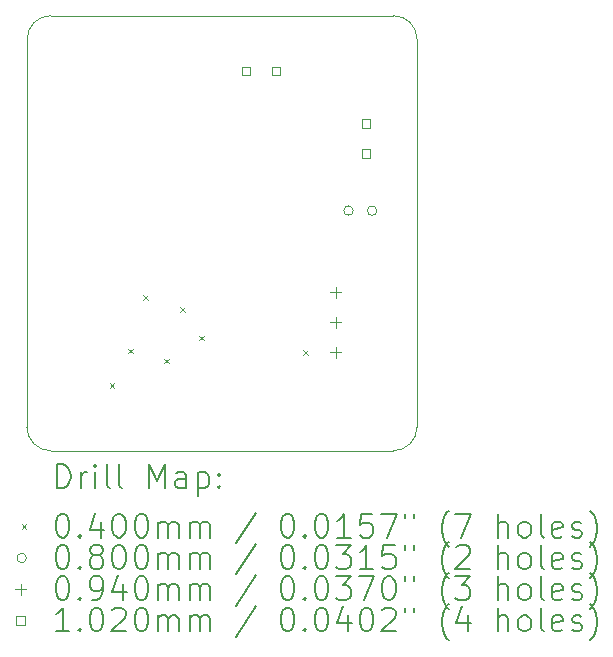
<source format=gbr>
%TF.GenerationSoftware,KiCad,Pcbnew,8.0.5*%
%TF.CreationDate,2024-10-12T22:57:08+02:00*%
%TF.ProjectId,SCS IMD-AMS Indicator,53435320-494d-4442-9d41-4d5320496e64,rev?*%
%TF.SameCoordinates,Original*%
%TF.FileFunction,Drillmap*%
%TF.FilePolarity,Positive*%
%FSLAX45Y45*%
G04 Gerber Fmt 4.5, Leading zero omitted, Abs format (unit mm)*
G04 Created by KiCad (PCBNEW 8.0.5) date 2024-10-12 22:57:08*
%MOMM*%
%LPD*%
G01*
G04 APERTURE LIST*
%ADD10C,0.100000*%
%ADD11C,0.200000*%
%ADD12C,0.102000*%
G04 APERTURE END LIST*
D10*
X9883800Y-4800600D02*
G75*
G02*
X10083800Y-5000600I0J-200000D01*
G01*
X10083800Y-8283600D02*
G75*
G02*
X9883800Y-8483600I-200000J0D01*
G01*
X10083800Y-5000600D02*
X10083800Y-8283600D01*
X6779920Y-8283600D02*
X6781800Y-5000600D01*
X9883800Y-8483600D02*
X6979920Y-8483600D01*
X6979920Y-8483600D02*
G75*
G02*
X6779920Y-8283600I0J200000D01*
G01*
X6981800Y-4800600D02*
X9883800Y-4800600D01*
X6781800Y-5000600D02*
G75*
G02*
X6981800Y-4800600I200000J0D01*
G01*
D11*
D10*
X7480620Y-7909880D02*
X7520620Y-7949880D01*
X7520620Y-7909880D02*
X7480620Y-7949880D01*
X7635560Y-7620320D02*
X7675560Y-7660320D01*
X7675560Y-7620320D02*
X7635560Y-7660320D01*
X7762560Y-7165660D02*
X7802560Y-7205660D01*
X7802560Y-7165660D02*
X7762560Y-7205660D01*
X7940360Y-7704140D02*
X7980360Y-7744140D01*
X7980360Y-7704140D02*
X7940360Y-7744140D01*
X8074790Y-7267450D02*
X8114790Y-7307450D01*
X8114790Y-7267450D02*
X8074790Y-7307450D01*
X8240080Y-7511100D02*
X8280080Y-7551100D01*
X8280080Y-7511100D02*
X8240080Y-7551100D01*
X9116380Y-7630480D02*
X9156380Y-7670480D01*
X9156380Y-7630480D02*
X9116380Y-7670480D01*
X9542800Y-6451600D02*
G75*
G02*
X9462800Y-6451600I-40000J0D01*
G01*
X9462800Y-6451600D02*
G75*
G02*
X9542800Y-6451600I40000J0D01*
G01*
X9742800Y-6451600D02*
G75*
G02*
X9662800Y-6451600I-40000J0D01*
G01*
X9662800Y-6451600D02*
G75*
G02*
X9742800Y-6451600I40000J0D01*
G01*
X9394800Y-7096550D02*
X9394800Y-7190550D01*
X9347800Y-7143550D02*
X9441800Y-7143550D01*
X9394800Y-7350550D02*
X9394800Y-7444550D01*
X9347800Y-7397550D02*
X9441800Y-7397550D01*
X9394800Y-7604550D02*
X9394800Y-7698550D01*
X9347800Y-7651550D02*
X9441800Y-7651550D01*
D12*
X8672063Y-5306563D02*
X8672063Y-5234437D01*
X8599937Y-5234437D01*
X8599937Y-5306563D01*
X8672063Y-5306563D01*
X8926063Y-5306563D02*
X8926063Y-5234437D01*
X8853937Y-5234437D01*
X8853937Y-5306563D01*
X8926063Y-5306563D01*
X9688063Y-5751063D02*
X9688063Y-5678937D01*
X9615937Y-5678937D01*
X9615937Y-5751063D01*
X9688063Y-5751063D01*
X9688063Y-6005063D02*
X9688063Y-5932937D01*
X9615937Y-5932937D01*
X9615937Y-6005063D01*
X9688063Y-6005063D01*
D11*
X7035697Y-8800084D02*
X7035697Y-8600084D01*
X7035697Y-8600084D02*
X7083316Y-8600084D01*
X7083316Y-8600084D02*
X7111887Y-8609608D01*
X7111887Y-8609608D02*
X7130935Y-8628655D01*
X7130935Y-8628655D02*
X7140459Y-8647703D01*
X7140459Y-8647703D02*
X7149982Y-8685798D01*
X7149982Y-8685798D02*
X7149982Y-8714370D01*
X7149982Y-8714370D02*
X7140459Y-8752465D01*
X7140459Y-8752465D02*
X7130935Y-8771512D01*
X7130935Y-8771512D02*
X7111887Y-8790560D01*
X7111887Y-8790560D02*
X7083316Y-8800084D01*
X7083316Y-8800084D02*
X7035697Y-8800084D01*
X7235697Y-8800084D02*
X7235697Y-8666750D01*
X7235697Y-8704846D02*
X7245221Y-8685798D01*
X7245221Y-8685798D02*
X7254744Y-8676274D01*
X7254744Y-8676274D02*
X7273792Y-8666750D01*
X7273792Y-8666750D02*
X7292840Y-8666750D01*
X7359506Y-8800084D02*
X7359506Y-8666750D01*
X7359506Y-8600084D02*
X7349982Y-8609608D01*
X7349982Y-8609608D02*
X7359506Y-8619131D01*
X7359506Y-8619131D02*
X7369030Y-8609608D01*
X7369030Y-8609608D02*
X7359506Y-8600084D01*
X7359506Y-8600084D02*
X7359506Y-8619131D01*
X7483316Y-8800084D02*
X7464268Y-8790560D01*
X7464268Y-8790560D02*
X7454744Y-8771512D01*
X7454744Y-8771512D02*
X7454744Y-8600084D01*
X7588078Y-8800084D02*
X7569030Y-8790560D01*
X7569030Y-8790560D02*
X7559506Y-8771512D01*
X7559506Y-8771512D02*
X7559506Y-8600084D01*
X7816649Y-8800084D02*
X7816649Y-8600084D01*
X7816649Y-8600084D02*
X7883316Y-8742941D01*
X7883316Y-8742941D02*
X7949982Y-8600084D01*
X7949982Y-8600084D02*
X7949982Y-8800084D01*
X8130935Y-8800084D02*
X8130935Y-8695322D01*
X8130935Y-8695322D02*
X8121411Y-8676274D01*
X8121411Y-8676274D02*
X8102363Y-8666750D01*
X8102363Y-8666750D02*
X8064268Y-8666750D01*
X8064268Y-8666750D02*
X8045221Y-8676274D01*
X8130935Y-8790560D02*
X8111887Y-8800084D01*
X8111887Y-8800084D02*
X8064268Y-8800084D01*
X8064268Y-8800084D02*
X8045221Y-8790560D01*
X8045221Y-8790560D02*
X8035697Y-8771512D01*
X8035697Y-8771512D02*
X8035697Y-8752465D01*
X8035697Y-8752465D02*
X8045221Y-8733417D01*
X8045221Y-8733417D02*
X8064268Y-8723893D01*
X8064268Y-8723893D02*
X8111887Y-8723893D01*
X8111887Y-8723893D02*
X8130935Y-8714370D01*
X8226173Y-8666750D02*
X8226173Y-8866750D01*
X8226173Y-8676274D02*
X8245221Y-8666750D01*
X8245221Y-8666750D02*
X8283316Y-8666750D01*
X8283316Y-8666750D02*
X8302363Y-8676274D01*
X8302363Y-8676274D02*
X8311887Y-8685798D01*
X8311887Y-8685798D02*
X8321411Y-8704846D01*
X8321411Y-8704846D02*
X8321411Y-8761989D01*
X8321411Y-8761989D02*
X8311887Y-8781036D01*
X8311887Y-8781036D02*
X8302363Y-8790560D01*
X8302363Y-8790560D02*
X8283316Y-8800084D01*
X8283316Y-8800084D02*
X8245221Y-8800084D01*
X8245221Y-8800084D02*
X8226173Y-8790560D01*
X8407125Y-8781036D02*
X8416649Y-8790560D01*
X8416649Y-8790560D02*
X8407125Y-8800084D01*
X8407125Y-8800084D02*
X8397602Y-8790560D01*
X8397602Y-8790560D02*
X8407125Y-8781036D01*
X8407125Y-8781036D02*
X8407125Y-8800084D01*
X8407125Y-8676274D02*
X8416649Y-8685798D01*
X8416649Y-8685798D02*
X8407125Y-8695322D01*
X8407125Y-8695322D02*
X8397602Y-8685798D01*
X8397602Y-8685798D02*
X8407125Y-8676274D01*
X8407125Y-8676274D02*
X8407125Y-8695322D01*
D10*
X6734920Y-9108600D02*
X6774920Y-9148600D01*
X6774920Y-9108600D02*
X6734920Y-9148600D01*
D11*
X7073792Y-9020084D02*
X7092840Y-9020084D01*
X7092840Y-9020084D02*
X7111887Y-9029608D01*
X7111887Y-9029608D02*
X7121411Y-9039131D01*
X7121411Y-9039131D02*
X7130935Y-9058179D01*
X7130935Y-9058179D02*
X7140459Y-9096274D01*
X7140459Y-9096274D02*
X7140459Y-9143893D01*
X7140459Y-9143893D02*
X7130935Y-9181989D01*
X7130935Y-9181989D02*
X7121411Y-9201036D01*
X7121411Y-9201036D02*
X7111887Y-9210560D01*
X7111887Y-9210560D02*
X7092840Y-9220084D01*
X7092840Y-9220084D02*
X7073792Y-9220084D01*
X7073792Y-9220084D02*
X7054744Y-9210560D01*
X7054744Y-9210560D02*
X7045221Y-9201036D01*
X7045221Y-9201036D02*
X7035697Y-9181989D01*
X7035697Y-9181989D02*
X7026173Y-9143893D01*
X7026173Y-9143893D02*
X7026173Y-9096274D01*
X7026173Y-9096274D02*
X7035697Y-9058179D01*
X7035697Y-9058179D02*
X7045221Y-9039131D01*
X7045221Y-9039131D02*
X7054744Y-9029608D01*
X7054744Y-9029608D02*
X7073792Y-9020084D01*
X7226173Y-9201036D02*
X7235697Y-9210560D01*
X7235697Y-9210560D02*
X7226173Y-9220084D01*
X7226173Y-9220084D02*
X7216649Y-9210560D01*
X7216649Y-9210560D02*
X7226173Y-9201036D01*
X7226173Y-9201036D02*
X7226173Y-9220084D01*
X7407125Y-9086750D02*
X7407125Y-9220084D01*
X7359506Y-9010560D02*
X7311887Y-9153417D01*
X7311887Y-9153417D02*
X7435697Y-9153417D01*
X7549982Y-9020084D02*
X7569030Y-9020084D01*
X7569030Y-9020084D02*
X7588078Y-9029608D01*
X7588078Y-9029608D02*
X7597602Y-9039131D01*
X7597602Y-9039131D02*
X7607125Y-9058179D01*
X7607125Y-9058179D02*
X7616649Y-9096274D01*
X7616649Y-9096274D02*
X7616649Y-9143893D01*
X7616649Y-9143893D02*
X7607125Y-9181989D01*
X7607125Y-9181989D02*
X7597602Y-9201036D01*
X7597602Y-9201036D02*
X7588078Y-9210560D01*
X7588078Y-9210560D02*
X7569030Y-9220084D01*
X7569030Y-9220084D02*
X7549982Y-9220084D01*
X7549982Y-9220084D02*
X7530935Y-9210560D01*
X7530935Y-9210560D02*
X7521411Y-9201036D01*
X7521411Y-9201036D02*
X7511887Y-9181989D01*
X7511887Y-9181989D02*
X7502363Y-9143893D01*
X7502363Y-9143893D02*
X7502363Y-9096274D01*
X7502363Y-9096274D02*
X7511887Y-9058179D01*
X7511887Y-9058179D02*
X7521411Y-9039131D01*
X7521411Y-9039131D02*
X7530935Y-9029608D01*
X7530935Y-9029608D02*
X7549982Y-9020084D01*
X7740459Y-9020084D02*
X7759506Y-9020084D01*
X7759506Y-9020084D02*
X7778554Y-9029608D01*
X7778554Y-9029608D02*
X7788078Y-9039131D01*
X7788078Y-9039131D02*
X7797602Y-9058179D01*
X7797602Y-9058179D02*
X7807125Y-9096274D01*
X7807125Y-9096274D02*
X7807125Y-9143893D01*
X7807125Y-9143893D02*
X7797602Y-9181989D01*
X7797602Y-9181989D02*
X7788078Y-9201036D01*
X7788078Y-9201036D02*
X7778554Y-9210560D01*
X7778554Y-9210560D02*
X7759506Y-9220084D01*
X7759506Y-9220084D02*
X7740459Y-9220084D01*
X7740459Y-9220084D02*
X7721411Y-9210560D01*
X7721411Y-9210560D02*
X7711887Y-9201036D01*
X7711887Y-9201036D02*
X7702363Y-9181989D01*
X7702363Y-9181989D02*
X7692840Y-9143893D01*
X7692840Y-9143893D02*
X7692840Y-9096274D01*
X7692840Y-9096274D02*
X7702363Y-9058179D01*
X7702363Y-9058179D02*
X7711887Y-9039131D01*
X7711887Y-9039131D02*
X7721411Y-9029608D01*
X7721411Y-9029608D02*
X7740459Y-9020084D01*
X7892840Y-9220084D02*
X7892840Y-9086750D01*
X7892840Y-9105798D02*
X7902363Y-9096274D01*
X7902363Y-9096274D02*
X7921411Y-9086750D01*
X7921411Y-9086750D02*
X7949983Y-9086750D01*
X7949983Y-9086750D02*
X7969030Y-9096274D01*
X7969030Y-9096274D02*
X7978554Y-9115322D01*
X7978554Y-9115322D02*
X7978554Y-9220084D01*
X7978554Y-9115322D02*
X7988078Y-9096274D01*
X7988078Y-9096274D02*
X8007125Y-9086750D01*
X8007125Y-9086750D02*
X8035697Y-9086750D01*
X8035697Y-9086750D02*
X8054744Y-9096274D01*
X8054744Y-9096274D02*
X8064268Y-9115322D01*
X8064268Y-9115322D02*
X8064268Y-9220084D01*
X8159506Y-9220084D02*
X8159506Y-9086750D01*
X8159506Y-9105798D02*
X8169030Y-9096274D01*
X8169030Y-9096274D02*
X8188078Y-9086750D01*
X8188078Y-9086750D02*
X8216649Y-9086750D01*
X8216649Y-9086750D02*
X8235697Y-9096274D01*
X8235697Y-9096274D02*
X8245221Y-9115322D01*
X8245221Y-9115322D02*
X8245221Y-9220084D01*
X8245221Y-9115322D02*
X8254744Y-9096274D01*
X8254744Y-9096274D02*
X8273792Y-9086750D01*
X8273792Y-9086750D02*
X8302363Y-9086750D01*
X8302363Y-9086750D02*
X8321411Y-9096274D01*
X8321411Y-9096274D02*
X8330935Y-9115322D01*
X8330935Y-9115322D02*
X8330935Y-9220084D01*
X8721411Y-9010560D02*
X8549983Y-9267703D01*
X8978554Y-9020084D02*
X8997602Y-9020084D01*
X8997602Y-9020084D02*
X9016649Y-9029608D01*
X9016649Y-9029608D02*
X9026173Y-9039131D01*
X9026173Y-9039131D02*
X9035697Y-9058179D01*
X9035697Y-9058179D02*
X9045221Y-9096274D01*
X9045221Y-9096274D02*
X9045221Y-9143893D01*
X9045221Y-9143893D02*
X9035697Y-9181989D01*
X9035697Y-9181989D02*
X9026173Y-9201036D01*
X9026173Y-9201036D02*
X9016649Y-9210560D01*
X9016649Y-9210560D02*
X8997602Y-9220084D01*
X8997602Y-9220084D02*
X8978554Y-9220084D01*
X8978554Y-9220084D02*
X8959507Y-9210560D01*
X8959507Y-9210560D02*
X8949983Y-9201036D01*
X8949983Y-9201036D02*
X8940459Y-9181989D01*
X8940459Y-9181989D02*
X8930935Y-9143893D01*
X8930935Y-9143893D02*
X8930935Y-9096274D01*
X8930935Y-9096274D02*
X8940459Y-9058179D01*
X8940459Y-9058179D02*
X8949983Y-9039131D01*
X8949983Y-9039131D02*
X8959507Y-9029608D01*
X8959507Y-9029608D02*
X8978554Y-9020084D01*
X9130935Y-9201036D02*
X9140459Y-9210560D01*
X9140459Y-9210560D02*
X9130935Y-9220084D01*
X9130935Y-9220084D02*
X9121411Y-9210560D01*
X9121411Y-9210560D02*
X9130935Y-9201036D01*
X9130935Y-9201036D02*
X9130935Y-9220084D01*
X9264268Y-9020084D02*
X9283316Y-9020084D01*
X9283316Y-9020084D02*
X9302364Y-9029608D01*
X9302364Y-9029608D02*
X9311888Y-9039131D01*
X9311888Y-9039131D02*
X9321411Y-9058179D01*
X9321411Y-9058179D02*
X9330935Y-9096274D01*
X9330935Y-9096274D02*
X9330935Y-9143893D01*
X9330935Y-9143893D02*
X9321411Y-9181989D01*
X9321411Y-9181989D02*
X9311888Y-9201036D01*
X9311888Y-9201036D02*
X9302364Y-9210560D01*
X9302364Y-9210560D02*
X9283316Y-9220084D01*
X9283316Y-9220084D02*
X9264268Y-9220084D01*
X9264268Y-9220084D02*
X9245221Y-9210560D01*
X9245221Y-9210560D02*
X9235697Y-9201036D01*
X9235697Y-9201036D02*
X9226173Y-9181989D01*
X9226173Y-9181989D02*
X9216649Y-9143893D01*
X9216649Y-9143893D02*
X9216649Y-9096274D01*
X9216649Y-9096274D02*
X9226173Y-9058179D01*
X9226173Y-9058179D02*
X9235697Y-9039131D01*
X9235697Y-9039131D02*
X9245221Y-9029608D01*
X9245221Y-9029608D02*
X9264268Y-9020084D01*
X9521411Y-9220084D02*
X9407126Y-9220084D01*
X9464268Y-9220084D02*
X9464268Y-9020084D01*
X9464268Y-9020084D02*
X9445221Y-9048655D01*
X9445221Y-9048655D02*
X9426173Y-9067703D01*
X9426173Y-9067703D02*
X9407126Y-9077227D01*
X9702364Y-9020084D02*
X9607126Y-9020084D01*
X9607126Y-9020084D02*
X9597602Y-9115322D01*
X9597602Y-9115322D02*
X9607126Y-9105798D01*
X9607126Y-9105798D02*
X9626173Y-9096274D01*
X9626173Y-9096274D02*
X9673792Y-9096274D01*
X9673792Y-9096274D02*
X9692840Y-9105798D01*
X9692840Y-9105798D02*
X9702364Y-9115322D01*
X9702364Y-9115322D02*
X9711888Y-9134370D01*
X9711888Y-9134370D02*
X9711888Y-9181989D01*
X9711888Y-9181989D02*
X9702364Y-9201036D01*
X9702364Y-9201036D02*
X9692840Y-9210560D01*
X9692840Y-9210560D02*
X9673792Y-9220084D01*
X9673792Y-9220084D02*
X9626173Y-9220084D01*
X9626173Y-9220084D02*
X9607126Y-9210560D01*
X9607126Y-9210560D02*
X9597602Y-9201036D01*
X9778554Y-9020084D02*
X9911888Y-9020084D01*
X9911888Y-9020084D02*
X9826173Y-9220084D01*
X9978554Y-9020084D02*
X9978554Y-9058179D01*
X10054745Y-9020084D02*
X10054745Y-9058179D01*
X10349983Y-9296274D02*
X10340459Y-9286750D01*
X10340459Y-9286750D02*
X10321411Y-9258179D01*
X10321411Y-9258179D02*
X10311888Y-9239131D01*
X10311888Y-9239131D02*
X10302364Y-9210560D01*
X10302364Y-9210560D02*
X10292840Y-9162941D01*
X10292840Y-9162941D02*
X10292840Y-9124846D01*
X10292840Y-9124846D02*
X10302364Y-9077227D01*
X10302364Y-9077227D02*
X10311888Y-9048655D01*
X10311888Y-9048655D02*
X10321411Y-9029608D01*
X10321411Y-9029608D02*
X10340459Y-9001036D01*
X10340459Y-9001036D02*
X10349983Y-8991512D01*
X10407126Y-9020084D02*
X10540459Y-9020084D01*
X10540459Y-9020084D02*
X10454745Y-9220084D01*
X10769031Y-9220084D02*
X10769031Y-9020084D01*
X10854745Y-9220084D02*
X10854745Y-9115322D01*
X10854745Y-9115322D02*
X10845221Y-9096274D01*
X10845221Y-9096274D02*
X10826173Y-9086750D01*
X10826173Y-9086750D02*
X10797602Y-9086750D01*
X10797602Y-9086750D02*
X10778554Y-9096274D01*
X10778554Y-9096274D02*
X10769031Y-9105798D01*
X10978554Y-9220084D02*
X10959507Y-9210560D01*
X10959507Y-9210560D02*
X10949983Y-9201036D01*
X10949983Y-9201036D02*
X10940459Y-9181989D01*
X10940459Y-9181989D02*
X10940459Y-9124846D01*
X10940459Y-9124846D02*
X10949983Y-9105798D01*
X10949983Y-9105798D02*
X10959507Y-9096274D01*
X10959507Y-9096274D02*
X10978554Y-9086750D01*
X10978554Y-9086750D02*
X11007126Y-9086750D01*
X11007126Y-9086750D02*
X11026173Y-9096274D01*
X11026173Y-9096274D02*
X11035697Y-9105798D01*
X11035697Y-9105798D02*
X11045221Y-9124846D01*
X11045221Y-9124846D02*
X11045221Y-9181989D01*
X11045221Y-9181989D02*
X11035697Y-9201036D01*
X11035697Y-9201036D02*
X11026173Y-9210560D01*
X11026173Y-9210560D02*
X11007126Y-9220084D01*
X11007126Y-9220084D02*
X10978554Y-9220084D01*
X11159507Y-9220084D02*
X11140459Y-9210560D01*
X11140459Y-9210560D02*
X11130935Y-9191512D01*
X11130935Y-9191512D02*
X11130935Y-9020084D01*
X11311888Y-9210560D02*
X11292840Y-9220084D01*
X11292840Y-9220084D02*
X11254745Y-9220084D01*
X11254745Y-9220084D02*
X11235697Y-9210560D01*
X11235697Y-9210560D02*
X11226173Y-9191512D01*
X11226173Y-9191512D02*
X11226173Y-9115322D01*
X11226173Y-9115322D02*
X11235697Y-9096274D01*
X11235697Y-9096274D02*
X11254745Y-9086750D01*
X11254745Y-9086750D02*
X11292840Y-9086750D01*
X11292840Y-9086750D02*
X11311888Y-9096274D01*
X11311888Y-9096274D02*
X11321411Y-9115322D01*
X11321411Y-9115322D02*
X11321411Y-9134370D01*
X11321411Y-9134370D02*
X11226173Y-9153417D01*
X11397602Y-9210560D02*
X11416650Y-9220084D01*
X11416650Y-9220084D02*
X11454745Y-9220084D01*
X11454745Y-9220084D02*
X11473792Y-9210560D01*
X11473792Y-9210560D02*
X11483316Y-9191512D01*
X11483316Y-9191512D02*
X11483316Y-9181989D01*
X11483316Y-9181989D02*
X11473792Y-9162941D01*
X11473792Y-9162941D02*
X11454745Y-9153417D01*
X11454745Y-9153417D02*
X11426173Y-9153417D01*
X11426173Y-9153417D02*
X11407126Y-9143893D01*
X11407126Y-9143893D02*
X11397602Y-9124846D01*
X11397602Y-9124846D02*
X11397602Y-9115322D01*
X11397602Y-9115322D02*
X11407126Y-9096274D01*
X11407126Y-9096274D02*
X11426173Y-9086750D01*
X11426173Y-9086750D02*
X11454745Y-9086750D01*
X11454745Y-9086750D02*
X11473792Y-9096274D01*
X11549983Y-9296274D02*
X11559507Y-9286750D01*
X11559507Y-9286750D02*
X11578554Y-9258179D01*
X11578554Y-9258179D02*
X11588078Y-9239131D01*
X11588078Y-9239131D02*
X11597602Y-9210560D01*
X11597602Y-9210560D02*
X11607126Y-9162941D01*
X11607126Y-9162941D02*
X11607126Y-9124846D01*
X11607126Y-9124846D02*
X11597602Y-9077227D01*
X11597602Y-9077227D02*
X11588078Y-9048655D01*
X11588078Y-9048655D02*
X11578554Y-9029608D01*
X11578554Y-9029608D02*
X11559507Y-9001036D01*
X11559507Y-9001036D02*
X11549983Y-8991512D01*
D10*
X6774920Y-9392600D02*
G75*
G02*
X6694920Y-9392600I-40000J0D01*
G01*
X6694920Y-9392600D02*
G75*
G02*
X6774920Y-9392600I40000J0D01*
G01*
D11*
X7073792Y-9284084D02*
X7092840Y-9284084D01*
X7092840Y-9284084D02*
X7111887Y-9293608D01*
X7111887Y-9293608D02*
X7121411Y-9303131D01*
X7121411Y-9303131D02*
X7130935Y-9322179D01*
X7130935Y-9322179D02*
X7140459Y-9360274D01*
X7140459Y-9360274D02*
X7140459Y-9407893D01*
X7140459Y-9407893D02*
X7130935Y-9445989D01*
X7130935Y-9445989D02*
X7121411Y-9465036D01*
X7121411Y-9465036D02*
X7111887Y-9474560D01*
X7111887Y-9474560D02*
X7092840Y-9484084D01*
X7092840Y-9484084D02*
X7073792Y-9484084D01*
X7073792Y-9484084D02*
X7054744Y-9474560D01*
X7054744Y-9474560D02*
X7045221Y-9465036D01*
X7045221Y-9465036D02*
X7035697Y-9445989D01*
X7035697Y-9445989D02*
X7026173Y-9407893D01*
X7026173Y-9407893D02*
X7026173Y-9360274D01*
X7026173Y-9360274D02*
X7035697Y-9322179D01*
X7035697Y-9322179D02*
X7045221Y-9303131D01*
X7045221Y-9303131D02*
X7054744Y-9293608D01*
X7054744Y-9293608D02*
X7073792Y-9284084D01*
X7226173Y-9465036D02*
X7235697Y-9474560D01*
X7235697Y-9474560D02*
X7226173Y-9484084D01*
X7226173Y-9484084D02*
X7216649Y-9474560D01*
X7216649Y-9474560D02*
X7226173Y-9465036D01*
X7226173Y-9465036D02*
X7226173Y-9484084D01*
X7349982Y-9369798D02*
X7330935Y-9360274D01*
X7330935Y-9360274D02*
X7321411Y-9350750D01*
X7321411Y-9350750D02*
X7311887Y-9331703D01*
X7311887Y-9331703D02*
X7311887Y-9322179D01*
X7311887Y-9322179D02*
X7321411Y-9303131D01*
X7321411Y-9303131D02*
X7330935Y-9293608D01*
X7330935Y-9293608D02*
X7349982Y-9284084D01*
X7349982Y-9284084D02*
X7388078Y-9284084D01*
X7388078Y-9284084D02*
X7407125Y-9293608D01*
X7407125Y-9293608D02*
X7416649Y-9303131D01*
X7416649Y-9303131D02*
X7426173Y-9322179D01*
X7426173Y-9322179D02*
X7426173Y-9331703D01*
X7426173Y-9331703D02*
X7416649Y-9350750D01*
X7416649Y-9350750D02*
X7407125Y-9360274D01*
X7407125Y-9360274D02*
X7388078Y-9369798D01*
X7388078Y-9369798D02*
X7349982Y-9369798D01*
X7349982Y-9369798D02*
X7330935Y-9379322D01*
X7330935Y-9379322D02*
X7321411Y-9388846D01*
X7321411Y-9388846D02*
X7311887Y-9407893D01*
X7311887Y-9407893D02*
X7311887Y-9445989D01*
X7311887Y-9445989D02*
X7321411Y-9465036D01*
X7321411Y-9465036D02*
X7330935Y-9474560D01*
X7330935Y-9474560D02*
X7349982Y-9484084D01*
X7349982Y-9484084D02*
X7388078Y-9484084D01*
X7388078Y-9484084D02*
X7407125Y-9474560D01*
X7407125Y-9474560D02*
X7416649Y-9465036D01*
X7416649Y-9465036D02*
X7426173Y-9445989D01*
X7426173Y-9445989D02*
X7426173Y-9407893D01*
X7426173Y-9407893D02*
X7416649Y-9388846D01*
X7416649Y-9388846D02*
X7407125Y-9379322D01*
X7407125Y-9379322D02*
X7388078Y-9369798D01*
X7549982Y-9284084D02*
X7569030Y-9284084D01*
X7569030Y-9284084D02*
X7588078Y-9293608D01*
X7588078Y-9293608D02*
X7597602Y-9303131D01*
X7597602Y-9303131D02*
X7607125Y-9322179D01*
X7607125Y-9322179D02*
X7616649Y-9360274D01*
X7616649Y-9360274D02*
X7616649Y-9407893D01*
X7616649Y-9407893D02*
X7607125Y-9445989D01*
X7607125Y-9445989D02*
X7597602Y-9465036D01*
X7597602Y-9465036D02*
X7588078Y-9474560D01*
X7588078Y-9474560D02*
X7569030Y-9484084D01*
X7569030Y-9484084D02*
X7549982Y-9484084D01*
X7549982Y-9484084D02*
X7530935Y-9474560D01*
X7530935Y-9474560D02*
X7521411Y-9465036D01*
X7521411Y-9465036D02*
X7511887Y-9445989D01*
X7511887Y-9445989D02*
X7502363Y-9407893D01*
X7502363Y-9407893D02*
X7502363Y-9360274D01*
X7502363Y-9360274D02*
X7511887Y-9322179D01*
X7511887Y-9322179D02*
X7521411Y-9303131D01*
X7521411Y-9303131D02*
X7530935Y-9293608D01*
X7530935Y-9293608D02*
X7549982Y-9284084D01*
X7740459Y-9284084D02*
X7759506Y-9284084D01*
X7759506Y-9284084D02*
X7778554Y-9293608D01*
X7778554Y-9293608D02*
X7788078Y-9303131D01*
X7788078Y-9303131D02*
X7797602Y-9322179D01*
X7797602Y-9322179D02*
X7807125Y-9360274D01*
X7807125Y-9360274D02*
X7807125Y-9407893D01*
X7807125Y-9407893D02*
X7797602Y-9445989D01*
X7797602Y-9445989D02*
X7788078Y-9465036D01*
X7788078Y-9465036D02*
X7778554Y-9474560D01*
X7778554Y-9474560D02*
X7759506Y-9484084D01*
X7759506Y-9484084D02*
X7740459Y-9484084D01*
X7740459Y-9484084D02*
X7721411Y-9474560D01*
X7721411Y-9474560D02*
X7711887Y-9465036D01*
X7711887Y-9465036D02*
X7702363Y-9445989D01*
X7702363Y-9445989D02*
X7692840Y-9407893D01*
X7692840Y-9407893D02*
X7692840Y-9360274D01*
X7692840Y-9360274D02*
X7702363Y-9322179D01*
X7702363Y-9322179D02*
X7711887Y-9303131D01*
X7711887Y-9303131D02*
X7721411Y-9293608D01*
X7721411Y-9293608D02*
X7740459Y-9284084D01*
X7892840Y-9484084D02*
X7892840Y-9350750D01*
X7892840Y-9369798D02*
X7902363Y-9360274D01*
X7902363Y-9360274D02*
X7921411Y-9350750D01*
X7921411Y-9350750D02*
X7949983Y-9350750D01*
X7949983Y-9350750D02*
X7969030Y-9360274D01*
X7969030Y-9360274D02*
X7978554Y-9379322D01*
X7978554Y-9379322D02*
X7978554Y-9484084D01*
X7978554Y-9379322D02*
X7988078Y-9360274D01*
X7988078Y-9360274D02*
X8007125Y-9350750D01*
X8007125Y-9350750D02*
X8035697Y-9350750D01*
X8035697Y-9350750D02*
X8054744Y-9360274D01*
X8054744Y-9360274D02*
X8064268Y-9379322D01*
X8064268Y-9379322D02*
X8064268Y-9484084D01*
X8159506Y-9484084D02*
X8159506Y-9350750D01*
X8159506Y-9369798D02*
X8169030Y-9360274D01*
X8169030Y-9360274D02*
X8188078Y-9350750D01*
X8188078Y-9350750D02*
X8216649Y-9350750D01*
X8216649Y-9350750D02*
X8235697Y-9360274D01*
X8235697Y-9360274D02*
X8245221Y-9379322D01*
X8245221Y-9379322D02*
X8245221Y-9484084D01*
X8245221Y-9379322D02*
X8254744Y-9360274D01*
X8254744Y-9360274D02*
X8273792Y-9350750D01*
X8273792Y-9350750D02*
X8302363Y-9350750D01*
X8302363Y-9350750D02*
X8321411Y-9360274D01*
X8321411Y-9360274D02*
X8330935Y-9379322D01*
X8330935Y-9379322D02*
X8330935Y-9484084D01*
X8721411Y-9274560D02*
X8549983Y-9531703D01*
X8978554Y-9284084D02*
X8997602Y-9284084D01*
X8997602Y-9284084D02*
X9016649Y-9293608D01*
X9016649Y-9293608D02*
X9026173Y-9303131D01*
X9026173Y-9303131D02*
X9035697Y-9322179D01*
X9035697Y-9322179D02*
X9045221Y-9360274D01*
X9045221Y-9360274D02*
X9045221Y-9407893D01*
X9045221Y-9407893D02*
X9035697Y-9445989D01*
X9035697Y-9445989D02*
X9026173Y-9465036D01*
X9026173Y-9465036D02*
X9016649Y-9474560D01*
X9016649Y-9474560D02*
X8997602Y-9484084D01*
X8997602Y-9484084D02*
X8978554Y-9484084D01*
X8978554Y-9484084D02*
X8959507Y-9474560D01*
X8959507Y-9474560D02*
X8949983Y-9465036D01*
X8949983Y-9465036D02*
X8940459Y-9445989D01*
X8940459Y-9445989D02*
X8930935Y-9407893D01*
X8930935Y-9407893D02*
X8930935Y-9360274D01*
X8930935Y-9360274D02*
X8940459Y-9322179D01*
X8940459Y-9322179D02*
X8949983Y-9303131D01*
X8949983Y-9303131D02*
X8959507Y-9293608D01*
X8959507Y-9293608D02*
X8978554Y-9284084D01*
X9130935Y-9465036D02*
X9140459Y-9474560D01*
X9140459Y-9474560D02*
X9130935Y-9484084D01*
X9130935Y-9484084D02*
X9121411Y-9474560D01*
X9121411Y-9474560D02*
X9130935Y-9465036D01*
X9130935Y-9465036D02*
X9130935Y-9484084D01*
X9264268Y-9284084D02*
X9283316Y-9284084D01*
X9283316Y-9284084D02*
X9302364Y-9293608D01*
X9302364Y-9293608D02*
X9311888Y-9303131D01*
X9311888Y-9303131D02*
X9321411Y-9322179D01*
X9321411Y-9322179D02*
X9330935Y-9360274D01*
X9330935Y-9360274D02*
X9330935Y-9407893D01*
X9330935Y-9407893D02*
X9321411Y-9445989D01*
X9321411Y-9445989D02*
X9311888Y-9465036D01*
X9311888Y-9465036D02*
X9302364Y-9474560D01*
X9302364Y-9474560D02*
X9283316Y-9484084D01*
X9283316Y-9484084D02*
X9264268Y-9484084D01*
X9264268Y-9484084D02*
X9245221Y-9474560D01*
X9245221Y-9474560D02*
X9235697Y-9465036D01*
X9235697Y-9465036D02*
X9226173Y-9445989D01*
X9226173Y-9445989D02*
X9216649Y-9407893D01*
X9216649Y-9407893D02*
X9216649Y-9360274D01*
X9216649Y-9360274D02*
X9226173Y-9322179D01*
X9226173Y-9322179D02*
X9235697Y-9303131D01*
X9235697Y-9303131D02*
X9245221Y-9293608D01*
X9245221Y-9293608D02*
X9264268Y-9284084D01*
X9397602Y-9284084D02*
X9521411Y-9284084D01*
X9521411Y-9284084D02*
X9454745Y-9360274D01*
X9454745Y-9360274D02*
X9483316Y-9360274D01*
X9483316Y-9360274D02*
X9502364Y-9369798D01*
X9502364Y-9369798D02*
X9511888Y-9379322D01*
X9511888Y-9379322D02*
X9521411Y-9398370D01*
X9521411Y-9398370D02*
X9521411Y-9445989D01*
X9521411Y-9445989D02*
X9511888Y-9465036D01*
X9511888Y-9465036D02*
X9502364Y-9474560D01*
X9502364Y-9474560D02*
X9483316Y-9484084D01*
X9483316Y-9484084D02*
X9426173Y-9484084D01*
X9426173Y-9484084D02*
X9407126Y-9474560D01*
X9407126Y-9474560D02*
X9397602Y-9465036D01*
X9711888Y-9484084D02*
X9597602Y-9484084D01*
X9654745Y-9484084D02*
X9654745Y-9284084D01*
X9654745Y-9284084D02*
X9635697Y-9312655D01*
X9635697Y-9312655D02*
X9616649Y-9331703D01*
X9616649Y-9331703D02*
X9597602Y-9341227D01*
X9892840Y-9284084D02*
X9797602Y-9284084D01*
X9797602Y-9284084D02*
X9788078Y-9379322D01*
X9788078Y-9379322D02*
X9797602Y-9369798D01*
X9797602Y-9369798D02*
X9816649Y-9360274D01*
X9816649Y-9360274D02*
X9864269Y-9360274D01*
X9864269Y-9360274D02*
X9883316Y-9369798D01*
X9883316Y-9369798D02*
X9892840Y-9379322D01*
X9892840Y-9379322D02*
X9902364Y-9398370D01*
X9902364Y-9398370D02*
X9902364Y-9445989D01*
X9902364Y-9445989D02*
X9892840Y-9465036D01*
X9892840Y-9465036D02*
X9883316Y-9474560D01*
X9883316Y-9474560D02*
X9864269Y-9484084D01*
X9864269Y-9484084D02*
X9816649Y-9484084D01*
X9816649Y-9484084D02*
X9797602Y-9474560D01*
X9797602Y-9474560D02*
X9788078Y-9465036D01*
X9978554Y-9284084D02*
X9978554Y-9322179D01*
X10054745Y-9284084D02*
X10054745Y-9322179D01*
X10349983Y-9560274D02*
X10340459Y-9550750D01*
X10340459Y-9550750D02*
X10321411Y-9522179D01*
X10321411Y-9522179D02*
X10311888Y-9503131D01*
X10311888Y-9503131D02*
X10302364Y-9474560D01*
X10302364Y-9474560D02*
X10292840Y-9426941D01*
X10292840Y-9426941D02*
X10292840Y-9388846D01*
X10292840Y-9388846D02*
X10302364Y-9341227D01*
X10302364Y-9341227D02*
X10311888Y-9312655D01*
X10311888Y-9312655D02*
X10321411Y-9293608D01*
X10321411Y-9293608D02*
X10340459Y-9265036D01*
X10340459Y-9265036D02*
X10349983Y-9255512D01*
X10416650Y-9303131D02*
X10426173Y-9293608D01*
X10426173Y-9293608D02*
X10445221Y-9284084D01*
X10445221Y-9284084D02*
X10492840Y-9284084D01*
X10492840Y-9284084D02*
X10511888Y-9293608D01*
X10511888Y-9293608D02*
X10521411Y-9303131D01*
X10521411Y-9303131D02*
X10530935Y-9322179D01*
X10530935Y-9322179D02*
X10530935Y-9341227D01*
X10530935Y-9341227D02*
X10521411Y-9369798D01*
X10521411Y-9369798D02*
X10407126Y-9484084D01*
X10407126Y-9484084D02*
X10530935Y-9484084D01*
X10769031Y-9484084D02*
X10769031Y-9284084D01*
X10854745Y-9484084D02*
X10854745Y-9379322D01*
X10854745Y-9379322D02*
X10845221Y-9360274D01*
X10845221Y-9360274D02*
X10826173Y-9350750D01*
X10826173Y-9350750D02*
X10797602Y-9350750D01*
X10797602Y-9350750D02*
X10778554Y-9360274D01*
X10778554Y-9360274D02*
X10769031Y-9369798D01*
X10978554Y-9484084D02*
X10959507Y-9474560D01*
X10959507Y-9474560D02*
X10949983Y-9465036D01*
X10949983Y-9465036D02*
X10940459Y-9445989D01*
X10940459Y-9445989D02*
X10940459Y-9388846D01*
X10940459Y-9388846D02*
X10949983Y-9369798D01*
X10949983Y-9369798D02*
X10959507Y-9360274D01*
X10959507Y-9360274D02*
X10978554Y-9350750D01*
X10978554Y-9350750D02*
X11007126Y-9350750D01*
X11007126Y-9350750D02*
X11026173Y-9360274D01*
X11026173Y-9360274D02*
X11035697Y-9369798D01*
X11035697Y-9369798D02*
X11045221Y-9388846D01*
X11045221Y-9388846D02*
X11045221Y-9445989D01*
X11045221Y-9445989D02*
X11035697Y-9465036D01*
X11035697Y-9465036D02*
X11026173Y-9474560D01*
X11026173Y-9474560D02*
X11007126Y-9484084D01*
X11007126Y-9484084D02*
X10978554Y-9484084D01*
X11159507Y-9484084D02*
X11140459Y-9474560D01*
X11140459Y-9474560D02*
X11130935Y-9455512D01*
X11130935Y-9455512D02*
X11130935Y-9284084D01*
X11311888Y-9474560D02*
X11292840Y-9484084D01*
X11292840Y-9484084D02*
X11254745Y-9484084D01*
X11254745Y-9484084D02*
X11235697Y-9474560D01*
X11235697Y-9474560D02*
X11226173Y-9455512D01*
X11226173Y-9455512D02*
X11226173Y-9379322D01*
X11226173Y-9379322D02*
X11235697Y-9360274D01*
X11235697Y-9360274D02*
X11254745Y-9350750D01*
X11254745Y-9350750D02*
X11292840Y-9350750D01*
X11292840Y-9350750D02*
X11311888Y-9360274D01*
X11311888Y-9360274D02*
X11321411Y-9379322D01*
X11321411Y-9379322D02*
X11321411Y-9398370D01*
X11321411Y-9398370D02*
X11226173Y-9417417D01*
X11397602Y-9474560D02*
X11416650Y-9484084D01*
X11416650Y-9484084D02*
X11454745Y-9484084D01*
X11454745Y-9484084D02*
X11473792Y-9474560D01*
X11473792Y-9474560D02*
X11483316Y-9455512D01*
X11483316Y-9455512D02*
X11483316Y-9445989D01*
X11483316Y-9445989D02*
X11473792Y-9426941D01*
X11473792Y-9426941D02*
X11454745Y-9417417D01*
X11454745Y-9417417D02*
X11426173Y-9417417D01*
X11426173Y-9417417D02*
X11407126Y-9407893D01*
X11407126Y-9407893D02*
X11397602Y-9388846D01*
X11397602Y-9388846D02*
X11397602Y-9379322D01*
X11397602Y-9379322D02*
X11407126Y-9360274D01*
X11407126Y-9360274D02*
X11426173Y-9350750D01*
X11426173Y-9350750D02*
X11454745Y-9350750D01*
X11454745Y-9350750D02*
X11473792Y-9360274D01*
X11549983Y-9560274D02*
X11559507Y-9550750D01*
X11559507Y-9550750D02*
X11578554Y-9522179D01*
X11578554Y-9522179D02*
X11588078Y-9503131D01*
X11588078Y-9503131D02*
X11597602Y-9474560D01*
X11597602Y-9474560D02*
X11607126Y-9426941D01*
X11607126Y-9426941D02*
X11607126Y-9388846D01*
X11607126Y-9388846D02*
X11597602Y-9341227D01*
X11597602Y-9341227D02*
X11588078Y-9312655D01*
X11588078Y-9312655D02*
X11578554Y-9293608D01*
X11578554Y-9293608D02*
X11559507Y-9265036D01*
X11559507Y-9265036D02*
X11549983Y-9255512D01*
D10*
X6727920Y-9609600D02*
X6727920Y-9703600D01*
X6680920Y-9656600D02*
X6774920Y-9656600D01*
D11*
X7073792Y-9548084D02*
X7092840Y-9548084D01*
X7092840Y-9548084D02*
X7111887Y-9557608D01*
X7111887Y-9557608D02*
X7121411Y-9567131D01*
X7121411Y-9567131D02*
X7130935Y-9586179D01*
X7130935Y-9586179D02*
X7140459Y-9624274D01*
X7140459Y-9624274D02*
X7140459Y-9671893D01*
X7140459Y-9671893D02*
X7130935Y-9709989D01*
X7130935Y-9709989D02*
X7121411Y-9729036D01*
X7121411Y-9729036D02*
X7111887Y-9738560D01*
X7111887Y-9738560D02*
X7092840Y-9748084D01*
X7092840Y-9748084D02*
X7073792Y-9748084D01*
X7073792Y-9748084D02*
X7054744Y-9738560D01*
X7054744Y-9738560D02*
X7045221Y-9729036D01*
X7045221Y-9729036D02*
X7035697Y-9709989D01*
X7035697Y-9709989D02*
X7026173Y-9671893D01*
X7026173Y-9671893D02*
X7026173Y-9624274D01*
X7026173Y-9624274D02*
X7035697Y-9586179D01*
X7035697Y-9586179D02*
X7045221Y-9567131D01*
X7045221Y-9567131D02*
X7054744Y-9557608D01*
X7054744Y-9557608D02*
X7073792Y-9548084D01*
X7226173Y-9729036D02*
X7235697Y-9738560D01*
X7235697Y-9738560D02*
X7226173Y-9748084D01*
X7226173Y-9748084D02*
X7216649Y-9738560D01*
X7216649Y-9738560D02*
X7226173Y-9729036D01*
X7226173Y-9729036D02*
X7226173Y-9748084D01*
X7330935Y-9748084D02*
X7369030Y-9748084D01*
X7369030Y-9748084D02*
X7388078Y-9738560D01*
X7388078Y-9738560D02*
X7397602Y-9729036D01*
X7397602Y-9729036D02*
X7416649Y-9700465D01*
X7416649Y-9700465D02*
X7426173Y-9662370D01*
X7426173Y-9662370D02*
X7426173Y-9586179D01*
X7426173Y-9586179D02*
X7416649Y-9567131D01*
X7416649Y-9567131D02*
X7407125Y-9557608D01*
X7407125Y-9557608D02*
X7388078Y-9548084D01*
X7388078Y-9548084D02*
X7349982Y-9548084D01*
X7349982Y-9548084D02*
X7330935Y-9557608D01*
X7330935Y-9557608D02*
X7321411Y-9567131D01*
X7321411Y-9567131D02*
X7311887Y-9586179D01*
X7311887Y-9586179D02*
X7311887Y-9633798D01*
X7311887Y-9633798D02*
X7321411Y-9652846D01*
X7321411Y-9652846D02*
X7330935Y-9662370D01*
X7330935Y-9662370D02*
X7349982Y-9671893D01*
X7349982Y-9671893D02*
X7388078Y-9671893D01*
X7388078Y-9671893D02*
X7407125Y-9662370D01*
X7407125Y-9662370D02*
X7416649Y-9652846D01*
X7416649Y-9652846D02*
X7426173Y-9633798D01*
X7597602Y-9614750D02*
X7597602Y-9748084D01*
X7549982Y-9538560D02*
X7502363Y-9681417D01*
X7502363Y-9681417D02*
X7626173Y-9681417D01*
X7740459Y-9548084D02*
X7759506Y-9548084D01*
X7759506Y-9548084D02*
X7778554Y-9557608D01*
X7778554Y-9557608D02*
X7788078Y-9567131D01*
X7788078Y-9567131D02*
X7797602Y-9586179D01*
X7797602Y-9586179D02*
X7807125Y-9624274D01*
X7807125Y-9624274D02*
X7807125Y-9671893D01*
X7807125Y-9671893D02*
X7797602Y-9709989D01*
X7797602Y-9709989D02*
X7788078Y-9729036D01*
X7788078Y-9729036D02*
X7778554Y-9738560D01*
X7778554Y-9738560D02*
X7759506Y-9748084D01*
X7759506Y-9748084D02*
X7740459Y-9748084D01*
X7740459Y-9748084D02*
X7721411Y-9738560D01*
X7721411Y-9738560D02*
X7711887Y-9729036D01*
X7711887Y-9729036D02*
X7702363Y-9709989D01*
X7702363Y-9709989D02*
X7692840Y-9671893D01*
X7692840Y-9671893D02*
X7692840Y-9624274D01*
X7692840Y-9624274D02*
X7702363Y-9586179D01*
X7702363Y-9586179D02*
X7711887Y-9567131D01*
X7711887Y-9567131D02*
X7721411Y-9557608D01*
X7721411Y-9557608D02*
X7740459Y-9548084D01*
X7892840Y-9748084D02*
X7892840Y-9614750D01*
X7892840Y-9633798D02*
X7902363Y-9624274D01*
X7902363Y-9624274D02*
X7921411Y-9614750D01*
X7921411Y-9614750D02*
X7949983Y-9614750D01*
X7949983Y-9614750D02*
X7969030Y-9624274D01*
X7969030Y-9624274D02*
X7978554Y-9643322D01*
X7978554Y-9643322D02*
X7978554Y-9748084D01*
X7978554Y-9643322D02*
X7988078Y-9624274D01*
X7988078Y-9624274D02*
X8007125Y-9614750D01*
X8007125Y-9614750D02*
X8035697Y-9614750D01*
X8035697Y-9614750D02*
X8054744Y-9624274D01*
X8054744Y-9624274D02*
X8064268Y-9643322D01*
X8064268Y-9643322D02*
X8064268Y-9748084D01*
X8159506Y-9748084D02*
X8159506Y-9614750D01*
X8159506Y-9633798D02*
X8169030Y-9624274D01*
X8169030Y-9624274D02*
X8188078Y-9614750D01*
X8188078Y-9614750D02*
X8216649Y-9614750D01*
X8216649Y-9614750D02*
X8235697Y-9624274D01*
X8235697Y-9624274D02*
X8245221Y-9643322D01*
X8245221Y-9643322D02*
X8245221Y-9748084D01*
X8245221Y-9643322D02*
X8254744Y-9624274D01*
X8254744Y-9624274D02*
X8273792Y-9614750D01*
X8273792Y-9614750D02*
X8302363Y-9614750D01*
X8302363Y-9614750D02*
X8321411Y-9624274D01*
X8321411Y-9624274D02*
X8330935Y-9643322D01*
X8330935Y-9643322D02*
X8330935Y-9748084D01*
X8721411Y-9538560D02*
X8549983Y-9795703D01*
X8978554Y-9548084D02*
X8997602Y-9548084D01*
X8997602Y-9548084D02*
X9016649Y-9557608D01*
X9016649Y-9557608D02*
X9026173Y-9567131D01*
X9026173Y-9567131D02*
X9035697Y-9586179D01*
X9035697Y-9586179D02*
X9045221Y-9624274D01*
X9045221Y-9624274D02*
X9045221Y-9671893D01*
X9045221Y-9671893D02*
X9035697Y-9709989D01*
X9035697Y-9709989D02*
X9026173Y-9729036D01*
X9026173Y-9729036D02*
X9016649Y-9738560D01*
X9016649Y-9738560D02*
X8997602Y-9748084D01*
X8997602Y-9748084D02*
X8978554Y-9748084D01*
X8978554Y-9748084D02*
X8959507Y-9738560D01*
X8959507Y-9738560D02*
X8949983Y-9729036D01*
X8949983Y-9729036D02*
X8940459Y-9709989D01*
X8940459Y-9709989D02*
X8930935Y-9671893D01*
X8930935Y-9671893D02*
X8930935Y-9624274D01*
X8930935Y-9624274D02*
X8940459Y-9586179D01*
X8940459Y-9586179D02*
X8949983Y-9567131D01*
X8949983Y-9567131D02*
X8959507Y-9557608D01*
X8959507Y-9557608D02*
X8978554Y-9548084D01*
X9130935Y-9729036D02*
X9140459Y-9738560D01*
X9140459Y-9738560D02*
X9130935Y-9748084D01*
X9130935Y-9748084D02*
X9121411Y-9738560D01*
X9121411Y-9738560D02*
X9130935Y-9729036D01*
X9130935Y-9729036D02*
X9130935Y-9748084D01*
X9264268Y-9548084D02*
X9283316Y-9548084D01*
X9283316Y-9548084D02*
X9302364Y-9557608D01*
X9302364Y-9557608D02*
X9311888Y-9567131D01*
X9311888Y-9567131D02*
X9321411Y-9586179D01*
X9321411Y-9586179D02*
X9330935Y-9624274D01*
X9330935Y-9624274D02*
X9330935Y-9671893D01*
X9330935Y-9671893D02*
X9321411Y-9709989D01*
X9321411Y-9709989D02*
X9311888Y-9729036D01*
X9311888Y-9729036D02*
X9302364Y-9738560D01*
X9302364Y-9738560D02*
X9283316Y-9748084D01*
X9283316Y-9748084D02*
X9264268Y-9748084D01*
X9264268Y-9748084D02*
X9245221Y-9738560D01*
X9245221Y-9738560D02*
X9235697Y-9729036D01*
X9235697Y-9729036D02*
X9226173Y-9709989D01*
X9226173Y-9709989D02*
X9216649Y-9671893D01*
X9216649Y-9671893D02*
X9216649Y-9624274D01*
X9216649Y-9624274D02*
X9226173Y-9586179D01*
X9226173Y-9586179D02*
X9235697Y-9567131D01*
X9235697Y-9567131D02*
X9245221Y-9557608D01*
X9245221Y-9557608D02*
X9264268Y-9548084D01*
X9397602Y-9548084D02*
X9521411Y-9548084D01*
X9521411Y-9548084D02*
X9454745Y-9624274D01*
X9454745Y-9624274D02*
X9483316Y-9624274D01*
X9483316Y-9624274D02*
X9502364Y-9633798D01*
X9502364Y-9633798D02*
X9511888Y-9643322D01*
X9511888Y-9643322D02*
X9521411Y-9662370D01*
X9521411Y-9662370D02*
X9521411Y-9709989D01*
X9521411Y-9709989D02*
X9511888Y-9729036D01*
X9511888Y-9729036D02*
X9502364Y-9738560D01*
X9502364Y-9738560D02*
X9483316Y-9748084D01*
X9483316Y-9748084D02*
X9426173Y-9748084D01*
X9426173Y-9748084D02*
X9407126Y-9738560D01*
X9407126Y-9738560D02*
X9397602Y-9729036D01*
X9588078Y-9548084D02*
X9721411Y-9548084D01*
X9721411Y-9548084D02*
X9635697Y-9748084D01*
X9835697Y-9548084D02*
X9854745Y-9548084D01*
X9854745Y-9548084D02*
X9873792Y-9557608D01*
X9873792Y-9557608D02*
X9883316Y-9567131D01*
X9883316Y-9567131D02*
X9892840Y-9586179D01*
X9892840Y-9586179D02*
X9902364Y-9624274D01*
X9902364Y-9624274D02*
X9902364Y-9671893D01*
X9902364Y-9671893D02*
X9892840Y-9709989D01*
X9892840Y-9709989D02*
X9883316Y-9729036D01*
X9883316Y-9729036D02*
X9873792Y-9738560D01*
X9873792Y-9738560D02*
X9854745Y-9748084D01*
X9854745Y-9748084D02*
X9835697Y-9748084D01*
X9835697Y-9748084D02*
X9816649Y-9738560D01*
X9816649Y-9738560D02*
X9807126Y-9729036D01*
X9807126Y-9729036D02*
X9797602Y-9709989D01*
X9797602Y-9709989D02*
X9788078Y-9671893D01*
X9788078Y-9671893D02*
X9788078Y-9624274D01*
X9788078Y-9624274D02*
X9797602Y-9586179D01*
X9797602Y-9586179D02*
X9807126Y-9567131D01*
X9807126Y-9567131D02*
X9816649Y-9557608D01*
X9816649Y-9557608D02*
X9835697Y-9548084D01*
X9978554Y-9548084D02*
X9978554Y-9586179D01*
X10054745Y-9548084D02*
X10054745Y-9586179D01*
X10349983Y-9824274D02*
X10340459Y-9814750D01*
X10340459Y-9814750D02*
X10321411Y-9786179D01*
X10321411Y-9786179D02*
X10311888Y-9767131D01*
X10311888Y-9767131D02*
X10302364Y-9738560D01*
X10302364Y-9738560D02*
X10292840Y-9690941D01*
X10292840Y-9690941D02*
X10292840Y-9652846D01*
X10292840Y-9652846D02*
X10302364Y-9605227D01*
X10302364Y-9605227D02*
X10311888Y-9576655D01*
X10311888Y-9576655D02*
X10321411Y-9557608D01*
X10321411Y-9557608D02*
X10340459Y-9529036D01*
X10340459Y-9529036D02*
X10349983Y-9519512D01*
X10407126Y-9548084D02*
X10530935Y-9548084D01*
X10530935Y-9548084D02*
X10464269Y-9624274D01*
X10464269Y-9624274D02*
X10492840Y-9624274D01*
X10492840Y-9624274D02*
X10511888Y-9633798D01*
X10511888Y-9633798D02*
X10521411Y-9643322D01*
X10521411Y-9643322D02*
X10530935Y-9662370D01*
X10530935Y-9662370D02*
X10530935Y-9709989D01*
X10530935Y-9709989D02*
X10521411Y-9729036D01*
X10521411Y-9729036D02*
X10511888Y-9738560D01*
X10511888Y-9738560D02*
X10492840Y-9748084D01*
X10492840Y-9748084D02*
X10435697Y-9748084D01*
X10435697Y-9748084D02*
X10416650Y-9738560D01*
X10416650Y-9738560D02*
X10407126Y-9729036D01*
X10769031Y-9748084D02*
X10769031Y-9548084D01*
X10854745Y-9748084D02*
X10854745Y-9643322D01*
X10854745Y-9643322D02*
X10845221Y-9624274D01*
X10845221Y-9624274D02*
X10826173Y-9614750D01*
X10826173Y-9614750D02*
X10797602Y-9614750D01*
X10797602Y-9614750D02*
X10778554Y-9624274D01*
X10778554Y-9624274D02*
X10769031Y-9633798D01*
X10978554Y-9748084D02*
X10959507Y-9738560D01*
X10959507Y-9738560D02*
X10949983Y-9729036D01*
X10949983Y-9729036D02*
X10940459Y-9709989D01*
X10940459Y-9709989D02*
X10940459Y-9652846D01*
X10940459Y-9652846D02*
X10949983Y-9633798D01*
X10949983Y-9633798D02*
X10959507Y-9624274D01*
X10959507Y-9624274D02*
X10978554Y-9614750D01*
X10978554Y-9614750D02*
X11007126Y-9614750D01*
X11007126Y-9614750D02*
X11026173Y-9624274D01*
X11026173Y-9624274D02*
X11035697Y-9633798D01*
X11035697Y-9633798D02*
X11045221Y-9652846D01*
X11045221Y-9652846D02*
X11045221Y-9709989D01*
X11045221Y-9709989D02*
X11035697Y-9729036D01*
X11035697Y-9729036D02*
X11026173Y-9738560D01*
X11026173Y-9738560D02*
X11007126Y-9748084D01*
X11007126Y-9748084D02*
X10978554Y-9748084D01*
X11159507Y-9748084D02*
X11140459Y-9738560D01*
X11140459Y-9738560D02*
X11130935Y-9719512D01*
X11130935Y-9719512D02*
X11130935Y-9548084D01*
X11311888Y-9738560D02*
X11292840Y-9748084D01*
X11292840Y-9748084D02*
X11254745Y-9748084D01*
X11254745Y-9748084D02*
X11235697Y-9738560D01*
X11235697Y-9738560D02*
X11226173Y-9719512D01*
X11226173Y-9719512D02*
X11226173Y-9643322D01*
X11226173Y-9643322D02*
X11235697Y-9624274D01*
X11235697Y-9624274D02*
X11254745Y-9614750D01*
X11254745Y-9614750D02*
X11292840Y-9614750D01*
X11292840Y-9614750D02*
X11311888Y-9624274D01*
X11311888Y-9624274D02*
X11321411Y-9643322D01*
X11321411Y-9643322D02*
X11321411Y-9662370D01*
X11321411Y-9662370D02*
X11226173Y-9681417D01*
X11397602Y-9738560D02*
X11416650Y-9748084D01*
X11416650Y-9748084D02*
X11454745Y-9748084D01*
X11454745Y-9748084D02*
X11473792Y-9738560D01*
X11473792Y-9738560D02*
X11483316Y-9719512D01*
X11483316Y-9719512D02*
X11483316Y-9709989D01*
X11483316Y-9709989D02*
X11473792Y-9690941D01*
X11473792Y-9690941D02*
X11454745Y-9681417D01*
X11454745Y-9681417D02*
X11426173Y-9681417D01*
X11426173Y-9681417D02*
X11407126Y-9671893D01*
X11407126Y-9671893D02*
X11397602Y-9652846D01*
X11397602Y-9652846D02*
X11397602Y-9643322D01*
X11397602Y-9643322D02*
X11407126Y-9624274D01*
X11407126Y-9624274D02*
X11426173Y-9614750D01*
X11426173Y-9614750D02*
X11454745Y-9614750D01*
X11454745Y-9614750D02*
X11473792Y-9624274D01*
X11549983Y-9824274D02*
X11559507Y-9814750D01*
X11559507Y-9814750D02*
X11578554Y-9786179D01*
X11578554Y-9786179D02*
X11588078Y-9767131D01*
X11588078Y-9767131D02*
X11597602Y-9738560D01*
X11597602Y-9738560D02*
X11607126Y-9690941D01*
X11607126Y-9690941D02*
X11607126Y-9652846D01*
X11607126Y-9652846D02*
X11597602Y-9605227D01*
X11597602Y-9605227D02*
X11588078Y-9576655D01*
X11588078Y-9576655D02*
X11578554Y-9557608D01*
X11578554Y-9557608D02*
X11559507Y-9529036D01*
X11559507Y-9529036D02*
X11549983Y-9519512D01*
D12*
X6759983Y-9956663D02*
X6759983Y-9884537D01*
X6687857Y-9884537D01*
X6687857Y-9956663D01*
X6759983Y-9956663D01*
D11*
X7140459Y-10012084D02*
X7026173Y-10012084D01*
X7083316Y-10012084D02*
X7083316Y-9812084D01*
X7083316Y-9812084D02*
X7064268Y-9840655D01*
X7064268Y-9840655D02*
X7045221Y-9859703D01*
X7045221Y-9859703D02*
X7026173Y-9869227D01*
X7226173Y-9993036D02*
X7235697Y-10002560D01*
X7235697Y-10002560D02*
X7226173Y-10012084D01*
X7226173Y-10012084D02*
X7216649Y-10002560D01*
X7216649Y-10002560D02*
X7226173Y-9993036D01*
X7226173Y-9993036D02*
X7226173Y-10012084D01*
X7359506Y-9812084D02*
X7378554Y-9812084D01*
X7378554Y-9812084D02*
X7397602Y-9821608D01*
X7397602Y-9821608D02*
X7407125Y-9831131D01*
X7407125Y-9831131D02*
X7416649Y-9850179D01*
X7416649Y-9850179D02*
X7426173Y-9888274D01*
X7426173Y-9888274D02*
X7426173Y-9935893D01*
X7426173Y-9935893D02*
X7416649Y-9973989D01*
X7416649Y-9973989D02*
X7407125Y-9993036D01*
X7407125Y-9993036D02*
X7397602Y-10002560D01*
X7397602Y-10002560D02*
X7378554Y-10012084D01*
X7378554Y-10012084D02*
X7359506Y-10012084D01*
X7359506Y-10012084D02*
X7340459Y-10002560D01*
X7340459Y-10002560D02*
X7330935Y-9993036D01*
X7330935Y-9993036D02*
X7321411Y-9973989D01*
X7321411Y-9973989D02*
X7311887Y-9935893D01*
X7311887Y-9935893D02*
X7311887Y-9888274D01*
X7311887Y-9888274D02*
X7321411Y-9850179D01*
X7321411Y-9850179D02*
X7330935Y-9831131D01*
X7330935Y-9831131D02*
X7340459Y-9821608D01*
X7340459Y-9821608D02*
X7359506Y-9812084D01*
X7502363Y-9831131D02*
X7511887Y-9821608D01*
X7511887Y-9821608D02*
X7530935Y-9812084D01*
X7530935Y-9812084D02*
X7578554Y-9812084D01*
X7578554Y-9812084D02*
X7597602Y-9821608D01*
X7597602Y-9821608D02*
X7607125Y-9831131D01*
X7607125Y-9831131D02*
X7616649Y-9850179D01*
X7616649Y-9850179D02*
X7616649Y-9869227D01*
X7616649Y-9869227D02*
X7607125Y-9897798D01*
X7607125Y-9897798D02*
X7492840Y-10012084D01*
X7492840Y-10012084D02*
X7616649Y-10012084D01*
X7740459Y-9812084D02*
X7759506Y-9812084D01*
X7759506Y-9812084D02*
X7778554Y-9821608D01*
X7778554Y-9821608D02*
X7788078Y-9831131D01*
X7788078Y-9831131D02*
X7797602Y-9850179D01*
X7797602Y-9850179D02*
X7807125Y-9888274D01*
X7807125Y-9888274D02*
X7807125Y-9935893D01*
X7807125Y-9935893D02*
X7797602Y-9973989D01*
X7797602Y-9973989D02*
X7788078Y-9993036D01*
X7788078Y-9993036D02*
X7778554Y-10002560D01*
X7778554Y-10002560D02*
X7759506Y-10012084D01*
X7759506Y-10012084D02*
X7740459Y-10012084D01*
X7740459Y-10012084D02*
X7721411Y-10002560D01*
X7721411Y-10002560D02*
X7711887Y-9993036D01*
X7711887Y-9993036D02*
X7702363Y-9973989D01*
X7702363Y-9973989D02*
X7692840Y-9935893D01*
X7692840Y-9935893D02*
X7692840Y-9888274D01*
X7692840Y-9888274D02*
X7702363Y-9850179D01*
X7702363Y-9850179D02*
X7711887Y-9831131D01*
X7711887Y-9831131D02*
X7721411Y-9821608D01*
X7721411Y-9821608D02*
X7740459Y-9812084D01*
X7892840Y-10012084D02*
X7892840Y-9878750D01*
X7892840Y-9897798D02*
X7902363Y-9888274D01*
X7902363Y-9888274D02*
X7921411Y-9878750D01*
X7921411Y-9878750D02*
X7949983Y-9878750D01*
X7949983Y-9878750D02*
X7969030Y-9888274D01*
X7969030Y-9888274D02*
X7978554Y-9907322D01*
X7978554Y-9907322D02*
X7978554Y-10012084D01*
X7978554Y-9907322D02*
X7988078Y-9888274D01*
X7988078Y-9888274D02*
X8007125Y-9878750D01*
X8007125Y-9878750D02*
X8035697Y-9878750D01*
X8035697Y-9878750D02*
X8054744Y-9888274D01*
X8054744Y-9888274D02*
X8064268Y-9907322D01*
X8064268Y-9907322D02*
X8064268Y-10012084D01*
X8159506Y-10012084D02*
X8159506Y-9878750D01*
X8159506Y-9897798D02*
X8169030Y-9888274D01*
X8169030Y-9888274D02*
X8188078Y-9878750D01*
X8188078Y-9878750D02*
X8216649Y-9878750D01*
X8216649Y-9878750D02*
X8235697Y-9888274D01*
X8235697Y-9888274D02*
X8245221Y-9907322D01*
X8245221Y-9907322D02*
X8245221Y-10012084D01*
X8245221Y-9907322D02*
X8254744Y-9888274D01*
X8254744Y-9888274D02*
X8273792Y-9878750D01*
X8273792Y-9878750D02*
X8302363Y-9878750D01*
X8302363Y-9878750D02*
X8321411Y-9888274D01*
X8321411Y-9888274D02*
X8330935Y-9907322D01*
X8330935Y-9907322D02*
X8330935Y-10012084D01*
X8721411Y-9802560D02*
X8549983Y-10059703D01*
X8978554Y-9812084D02*
X8997602Y-9812084D01*
X8997602Y-9812084D02*
X9016649Y-9821608D01*
X9016649Y-9821608D02*
X9026173Y-9831131D01*
X9026173Y-9831131D02*
X9035697Y-9850179D01*
X9035697Y-9850179D02*
X9045221Y-9888274D01*
X9045221Y-9888274D02*
X9045221Y-9935893D01*
X9045221Y-9935893D02*
X9035697Y-9973989D01*
X9035697Y-9973989D02*
X9026173Y-9993036D01*
X9026173Y-9993036D02*
X9016649Y-10002560D01*
X9016649Y-10002560D02*
X8997602Y-10012084D01*
X8997602Y-10012084D02*
X8978554Y-10012084D01*
X8978554Y-10012084D02*
X8959507Y-10002560D01*
X8959507Y-10002560D02*
X8949983Y-9993036D01*
X8949983Y-9993036D02*
X8940459Y-9973989D01*
X8940459Y-9973989D02*
X8930935Y-9935893D01*
X8930935Y-9935893D02*
X8930935Y-9888274D01*
X8930935Y-9888274D02*
X8940459Y-9850179D01*
X8940459Y-9850179D02*
X8949983Y-9831131D01*
X8949983Y-9831131D02*
X8959507Y-9821608D01*
X8959507Y-9821608D02*
X8978554Y-9812084D01*
X9130935Y-9993036D02*
X9140459Y-10002560D01*
X9140459Y-10002560D02*
X9130935Y-10012084D01*
X9130935Y-10012084D02*
X9121411Y-10002560D01*
X9121411Y-10002560D02*
X9130935Y-9993036D01*
X9130935Y-9993036D02*
X9130935Y-10012084D01*
X9264268Y-9812084D02*
X9283316Y-9812084D01*
X9283316Y-9812084D02*
X9302364Y-9821608D01*
X9302364Y-9821608D02*
X9311888Y-9831131D01*
X9311888Y-9831131D02*
X9321411Y-9850179D01*
X9321411Y-9850179D02*
X9330935Y-9888274D01*
X9330935Y-9888274D02*
X9330935Y-9935893D01*
X9330935Y-9935893D02*
X9321411Y-9973989D01*
X9321411Y-9973989D02*
X9311888Y-9993036D01*
X9311888Y-9993036D02*
X9302364Y-10002560D01*
X9302364Y-10002560D02*
X9283316Y-10012084D01*
X9283316Y-10012084D02*
X9264268Y-10012084D01*
X9264268Y-10012084D02*
X9245221Y-10002560D01*
X9245221Y-10002560D02*
X9235697Y-9993036D01*
X9235697Y-9993036D02*
X9226173Y-9973989D01*
X9226173Y-9973989D02*
X9216649Y-9935893D01*
X9216649Y-9935893D02*
X9216649Y-9888274D01*
X9216649Y-9888274D02*
X9226173Y-9850179D01*
X9226173Y-9850179D02*
X9235697Y-9831131D01*
X9235697Y-9831131D02*
X9245221Y-9821608D01*
X9245221Y-9821608D02*
X9264268Y-9812084D01*
X9502364Y-9878750D02*
X9502364Y-10012084D01*
X9454745Y-9802560D02*
X9407126Y-9945417D01*
X9407126Y-9945417D02*
X9530935Y-9945417D01*
X9645221Y-9812084D02*
X9664269Y-9812084D01*
X9664269Y-9812084D02*
X9683316Y-9821608D01*
X9683316Y-9821608D02*
X9692840Y-9831131D01*
X9692840Y-9831131D02*
X9702364Y-9850179D01*
X9702364Y-9850179D02*
X9711888Y-9888274D01*
X9711888Y-9888274D02*
X9711888Y-9935893D01*
X9711888Y-9935893D02*
X9702364Y-9973989D01*
X9702364Y-9973989D02*
X9692840Y-9993036D01*
X9692840Y-9993036D02*
X9683316Y-10002560D01*
X9683316Y-10002560D02*
X9664269Y-10012084D01*
X9664269Y-10012084D02*
X9645221Y-10012084D01*
X9645221Y-10012084D02*
X9626173Y-10002560D01*
X9626173Y-10002560D02*
X9616649Y-9993036D01*
X9616649Y-9993036D02*
X9607126Y-9973989D01*
X9607126Y-9973989D02*
X9597602Y-9935893D01*
X9597602Y-9935893D02*
X9597602Y-9888274D01*
X9597602Y-9888274D02*
X9607126Y-9850179D01*
X9607126Y-9850179D02*
X9616649Y-9831131D01*
X9616649Y-9831131D02*
X9626173Y-9821608D01*
X9626173Y-9821608D02*
X9645221Y-9812084D01*
X9788078Y-9831131D02*
X9797602Y-9821608D01*
X9797602Y-9821608D02*
X9816649Y-9812084D01*
X9816649Y-9812084D02*
X9864269Y-9812084D01*
X9864269Y-9812084D02*
X9883316Y-9821608D01*
X9883316Y-9821608D02*
X9892840Y-9831131D01*
X9892840Y-9831131D02*
X9902364Y-9850179D01*
X9902364Y-9850179D02*
X9902364Y-9869227D01*
X9902364Y-9869227D02*
X9892840Y-9897798D01*
X9892840Y-9897798D02*
X9778554Y-10012084D01*
X9778554Y-10012084D02*
X9902364Y-10012084D01*
X9978554Y-9812084D02*
X9978554Y-9850179D01*
X10054745Y-9812084D02*
X10054745Y-9850179D01*
X10349983Y-10088274D02*
X10340459Y-10078750D01*
X10340459Y-10078750D02*
X10321411Y-10050179D01*
X10321411Y-10050179D02*
X10311888Y-10031131D01*
X10311888Y-10031131D02*
X10302364Y-10002560D01*
X10302364Y-10002560D02*
X10292840Y-9954941D01*
X10292840Y-9954941D02*
X10292840Y-9916846D01*
X10292840Y-9916846D02*
X10302364Y-9869227D01*
X10302364Y-9869227D02*
X10311888Y-9840655D01*
X10311888Y-9840655D02*
X10321411Y-9821608D01*
X10321411Y-9821608D02*
X10340459Y-9793036D01*
X10340459Y-9793036D02*
X10349983Y-9783512D01*
X10511888Y-9878750D02*
X10511888Y-10012084D01*
X10464269Y-9802560D02*
X10416650Y-9945417D01*
X10416650Y-9945417D02*
X10540459Y-9945417D01*
X10769031Y-10012084D02*
X10769031Y-9812084D01*
X10854745Y-10012084D02*
X10854745Y-9907322D01*
X10854745Y-9907322D02*
X10845221Y-9888274D01*
X10845221Y-9888274D02*
X10826173Y-9878750D01*
X10826173Y-9878750D02*
X10797602Y-9878750D01*
X10797602Y-9878750D02*
X10778554Y-9888274D01*
X10778554Y-9888274D02*
X10769031Y-9897798D01*
X10978554Y-10012084D02*
X10959507Y-10002560D01*
X10959507Y-10002560D02*
X10949983Y-9993036D01*
X10949983Y-9993036D02*
X10940459Y-9973989D01*
X10940459Y-9973989D02*
X10940459Y-9916846D01*
X10940459Y-9916846D02*
X10949983Y-9897798D01*
X10949983Y-9897798D02*
X10959507Y-9888274D01*
X10959507Y-9888274D02*
X10978554Y-9878750D01*
X10978554Y-9878750D02*
X11007126Y-9878750D01*
X11007126Y-9878750D02*
X11026173Y-9888274D01*
X11026173Y-9888274D02*
X11035697Y-9897798D01*
X11035697Y-9897798D02*
X11045221Y-9916846D01*
X11045221Y-9916846D02*
X11045221Y-9973989D01*
X11045221Y-9973989D02*
X11035697Y-9993036D01*
X11035697Y-9993036D02*
X11026173Y-10002560D01*
X11026173Y-10002560D02*
X11007126Y-10012084D01*
X11007126Y-10012084D02*
X10978554Y-10012084D01*
X11159507Y-10012084D02*
X11140459Y-10002560D01*
X11140459Y-10002560D02*
X11130935Y-9983512D01*
X11130935Y-9983512D02*
X11130935Y-9812084D01*
X11311888Y-10002560D02*
X11292840Y-10012084D01*
X11292840Y-10012084D02*
X11254745Y-10012084D01*
X11254745Y-10012084D02*
X11235697Y-10002560D01*
X11235697Y-10002560D02*
X11226173Y-9983512D01*
X11226173Y-9983512D02*
X11226173Y-9907322D01*
X11226173Y-9907322D02*
X11235697Y-9888274D01*
X11235697Y-9888274D02*
X11254745Y-9878750D01*
X11254745Y-9878750D02*
X11292840Y-9878750D01*
X11292840Y-9878750D02*
X11311888Y-9888274D01*
X11311888Y-9888274D02*
X11321411Y-9907322D01*
X11321411Y-9907322D02*
X11321411Y-9926370D01*
X11321411Y-9926370D02*
X11226173Y-9945417D01*
X11397602Y-10002560D02*
X11416650Y-10012084D01*
X11416650Y-10012084D02*
X11454745Y-10012084D01*
X11454745Y-10012084D02*
X11473792Y-10002560D01*
X11473792Y-10002560D02*
X11483316Y-9983512D01*
X11483316Y-9983512D02*
X11483316Y-9973989D01*
X11483316Y-9973989D02*
X11473792Y-9954941D01*
X11473792Y-9954941D02*
X11454745Y-9945417D01*
X11454745Y-9945417D02*
X11426173Y-9945417D01*
X11426173Y-9945417D02*
X11407126Y-9935893D01*
X11407126Y-9935893D02*
X11397602Y-9916846D01*
X11397602Y-9916846D02*
X11397602Y-9907322D01*
X11397602Y-9907322D02*
X11407126Y-9888274D01*
X11407126Y-9888274D02*
X11426173Y-9878750D01*
X11426173Y-9878750D02*
X11454745Y-9878750D01*
X11454745Y-9878750D02*
X11473792Y-9888274D01*
X11549983Y-10088274D02*
X11559507Y-10078750D01*
X11559507Y-10078750D02*
X11578554Y-10050179D01*
X11578554Y-10050179D02*
X11588078Y-10031131D01*
X11588078Y-10031131D02*
X11597602Y-10002560D01*
X11597602Y-10002560D02*
X11607126Y-9954941D01*
X11607126Y-9954941D02*
X11607126Y-9916846D01*
X11607126Y-9916846D02*
X11597602Y-9869227D01*
X11597602Y-9869227D02*
X11588078Y-9840655D01*
X11588078Y-9840655D02*
X11578554Y-9821608D01*
X11578554Y-9821608D02*
X11559507Y-9793036D01*
X11559507Y-9793036D02*
X11549983Y-9783512D01*
M02*

</source>
